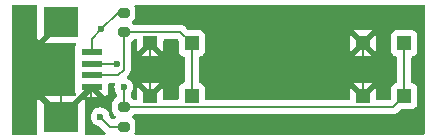
<source format=gbr>
%TF.GenerationSoftware,KiCad,Pcbnew,8.0.6-1.fc40*%
%TF.CreationDate,2025-02-15T18:39:23+01:00*%
%TF.ProjectId,airMouse-thumb,6169724d-6f75-4736-952d-7468756d622e,RC1*%
%TF.SameCoordinates,Original*%
%TF.FileFunction,Copper,L1,Top*%
%TF.FilePolarity,Positive*%
%FSLAX46Y46*%
G04 Gerber Fmt 4.6, Leading zero omitted, Abs format (unit mm)*
G04 Created by KiCad (PCBNEW 8.0.6-1.fc40) date 2025-02-15 18:39:23*
%MOMM*%
%LPD*%
G01*
G04 APERTURE LIST*
G04 Aperture macros list*
%AMRoundRect*
0 Rectangle with rounded corners*
0 $1 Rounding radius*
0 $2 $3 $4 $5 $6 $7 $8 $9 X,Y pos of 4 corners*
0 Add a 4 corners polygon primitive as box body*
4,1,4,$2,$3,$4,$5,$6,$7,$8,$9,$2,$3,0*
0 Add four circle primitives for the rounded corners*
1,1,$1+$1,$2,$3*
1,1,$1+$1,$4,$5*
1,1,$1+$1,$6,$7*
1,1,$1+$1,$8,$9*
0 Add four rect primitives between the rounded corners*
20,1,$1+$1,$2,$3,$4,$5,0*
20,1,$1+$1,$4,$5,$6,$7,0*
20,1,$1+$1,$6,$7,$8,$9,0*
20,1,$1+$1,$8,$9,$2,$3,0*%
G04 Aperture macros list end*
%TA.AperFunction,SMDPad,CuDef*%
%ADD10R,1.200000X1.200000*%
%TD*%
%TA.AperFunction,SMDPad,CuDef*%
%ADD11RoundRect,0.200000X-0.275000X0.200000X-0.275000X-0.200000X0.275000X-0.200000X0.275000X0.200000X0*%
%TD*%
%TA.AperFunction,SMDPad,CuDef*%
%ADD12RoundRect,0.200000X0.275000X-0.200000X0.275000X0.200000X-0.275000X0.200000X-0.275000X-0.200000X0*%
%TD*%
%TA.AperFunction,SMDPad,CuDef*%
%ADD13R,1.800000X0.600000*%
%TD*%
%TA.AperFunction,SMDPad,CuDef*%
%ADD14R,3.000000X2.500000*%
%TD*%
%TA.AperFunction,ViaPad*%
%ADD15C,0.600000*%
%TD*%
%TA.AperFunction,Conductor*%
%ADD16C,0.200000*%
%TD*%
G04 APERTURE END LIST*
D10*
%TO.P,SW2,1,A*%
%TO.N,GND*%
X158250000Y-57775000D03*
X158250000Y-62225000D03*
%TO.P,SW2,2,B*%
%TO.N,/BACK*%
X161750000Y-57775000D03*
X161750000Y-62225000D03*
%TD*%
%TO.P,SW1,1,A*%
%TO.N,GND*%
X176250000Y-57775000D03*
X176250000Y-62225000D03*
%TO.P,SW1,2,B*%
%TO.N,/FWD*%
X179750000Y-57775000D03*
X179750000Y-62225000D03*
%TD*%
D11*
%TO.P,R2,1*%
%TO.N,+3V3*%
X156000000Y-55175000D03*
%TO.P,R2,2*%
%TO.N,/BACK*%
X156000000Y-56825000D03*
%TD*%
D12*
%TO.P,R1,1*%
%TO.N,+3V3*%
X156000000Y-64825000D03*
%TO.P,R1,2*%
%TO.N,/FWD*%
X156000000Y-63175000D03*
%TD*%
D13*
%TO.P,J1,1,Pin_1*%
%TO.N,+3V3*%
X153287500Y-58500000D03*
%TO.P,J1,2,Pin_2*%
%TO.N,/FWD*%
X153287500Y-59500000D03*
%TO.P,J1,3,Pin_3*%
%TO.N,/BACK*%
X153287500Y-60500000D03*
%TO.P,J1,4,Pin_4*%
%TO.N,GND*%
X153287500Y-61500000D03*
D14*
%TO.P,J1,MP,MountPin*%
X150687500Y-56000000D03*
X150687500Y-64000000D03*
%TD*%
D15*
%TO.N,GND*%
X159600000Y-61000000D03*
X159200000Y-64400000D03*
X153200000Y-62600000D03*
X150800000Y-61000000D03*
%TO.N,+3V3*%
X154000000Y-64000000D03*
X154100000Y-56600000D03*
%TO.N,/FWD*%
X156000000Y-61500000D03*
X155400000Y-59500000D03*
%TD*%
D16*
%TO.N,GND*%
X159600000Y-61000000D02*
X159475000Y-61000000D01*
X159475000Y-61000000D02*
X158250000Y-62225000D01*
X153200000Y-61587500D02*
X153287500Y-61500000D01*
X150687500Y-64000000D02*
X150687500Y-61112500D01*
X150687500Y-61112500D02*
X150800000Y-61000000D01*
X153200000Y-62600000D02*
X153200000Y-61587500D01*
%TO.N,+3V3*%
X154825000Y-64825000D02*
X154000000Y-64000000D01*
X154100000Y-56600000D02*
X153287500Y-57412500D01*
X156000000Y-64825000D02*
X154825000Y-64825000D01*
X155525000Y-55175000D02*
X154100000Y-56600000D01*
X156000000Y-55175000D02*
X155525000Y-55175000D01*
X153287500Y-57412500D02*
X153287500Y-58500000D01*
%TO.N,/FWD*%
X153287500Y-59500000D02*
X155400000Y-59500000D01*
X156000000Y-61500000D02*
X156000000Y-63175000D01*
%TO.N,/BACK*%
X156000000Y-56825000D02*
X156000000Y-60000000D01*
X156000000Y-60000000D02*
X155500000Y-60500000D01*
X155500000Y-60500000D02*
X153287500Y-60500000D01*
%TO.N,/FWD*%
X179750000Y-62225000D02*
X178800000Y-63175000D01*
X178800000Y-63175000D02*
X156000000Y-63175000D01*
X179750000Y-57775000D02*
X179750000Y-62225000D01*
%TO.N,/BACK*%
X161750000Y-57775000D02*
X160800000Y-56825000D01*
X160800000Y-56825000D02*
X156000000Y-56825000D01*
X161750000Y-62225000D02*
X161750000Y-57775000D01*
%TO.N,GND*%
X176250000Y-57775000D02*
X176250000Y-62225000D01*
X158250000Y-57775000D02*
X158250000Y-62225000D01*
%TD*%
%TA.AperFunction,Conductor*%
%TO.N,GND*%
G36*
X148638175Y-54520185D02*
G01*
X148683930Y-54572989D01*
X148694425Y-54637756D01*
X148687500Y-54702155D01*
X148687500Y-57297844D01*
X148693901Y-57357372D01*
X148693903Y-57357379D01*
X148744145Y-57492086D01*
X148744149Y-57492093D01*
X148785977Y-57547967D01*
X148785978Y-57547968D01*
X150599819Y-55734128D01*
X150661142Y-55700643D01*
X150730834Y-55705627D01*
X150775181Y-55734128D01*
X150953371Y-55912318D01*
X150986856Y-55973641D01*
X150981872Y-56043333D01*
X150953371Y-56087680D01*
X149291052Y-57749999D01*
X149291053Y-57750000D01*
X151851443Y-57750000D01*
X151918482Y-57769685D01*
X151964237Y-57822489D01*
X151974181Y-57891647D01*
X151950708Y-57948313D01*
X151943704Y-57957667D01*
X151943702Y-57957671D01*
X151893410Y-58092513D01*
X151893409Y-58092517D01*
X151887000Y-58152127D01*
X151887000Y-58152134D01*
X151887000Y-58152135D01*
X151887000Y-58847870D01*
X151887001Y-58847876D01*
X151893408Y-58907482D01*
X151911753Y-58956666D01*
X151916737Y-59026358D01*
X151911753Y-59043331D01*
X151893410Y-59092511D01*
X151893409Y-59092515D01*
X151893409Y-59092517D01*
X151887000Y-59152127D01*
X151887000Y-59152134D01*
X151887000Y-59152135D01*
X151887000Y-59847870D01*
X151887001Y-59847876D01*
X151893408Y-59907482D01*
X151911753Y-59956666D01*
X151916737Y-60026358D01*
X151911753Y-60043331D01*
X151893410Y-60092511D01*
X151893409Y-60092515D01*
X151893409Y-60092517D01*
X151887000Y-60152127D01*
X151887000Y-60152134D01*
X151887000Y-60152135D01*
X151887000Y-60847870D01*
X151887001Y-60847876D01*
X151893409Y-60907484D01*
X151912019Y-60957382D01*
X151917003Y-61027074D01*
X151912020Y-61044046D01*
X151893902Y-61092623D01*
X151893901Y-61092627D01*
X151887500Y-61152155D01*
X151887500Y-61847844D01*
X151893901Y-61907372D01*
X151893903Y-61907379D01*
X151944145Y-62042086D01*
X151944147Y-62042089D01*
X151951333Y-62051688D01*
X151975751Y-62117151D01*
X151960900Y-62185425D01*
X151911496Y-62234831D01*
X151852067Y-62250000D01*
X149291052Y-62250000D01*
X150687500Y-63646447D01*
X152033949Y-62299999D01*
X152841053Y-62299999D01*
X152841054Y-62300000D01*
X153733946Y-62300000D01*
X153733946Y-62299999D01*
X153287501Y-61853553D01*
X153287499Y-61853553D01*
X152841053Y-62299999D01*
X152033949Y-62299999D01*
X152090629Y-62243319D01*
X152151952Y-62209834D01*
X152178310Y-62207000D01*
X152226947Y-62207000D01*
X152226947Y-62206999D01*
X153097128Y-61336818D01*
X153158451Y-61303333D01*
X153184803Y-61300499D01*
X153390191Y-61300499D01*
X153457229Y-61320184D01*
X153477871Y-61336818D01*
X154396679Y-62255627D01*
X154429590Y-62243352D01*
X154429591Y-62243351D01*
X154544687Y-62157190D01*
X154544690Y-62157187D01*
X154630850Y-62042093D01*
X154630854Y-62042086D01*
X154681096Y-61907379D01*
X154681098Y-61907372D01*
X154687499Y-61847844D01*
X154687500Y-61847827D01*
X154687500Y-61224500D01*
X154707185Y-61157461D01*
X154759989Y-61111706D01*
X154811500Y-61100500D01*
X155116937Y-61100500D01*
X155183976Y-61120185D01*
X155229731Y-61172989D01*
X155239675Y-61242147D01*
X155233978Y-61265455D01*
X155214633Y-61320737D01*
X155214630Y-61320750D01*
X155194435Y-61499996D01*
X155194435Y-61500003D01*
X155214630Y-61679249D01*
X155214631Y-61679254D01*
X155274211Y-61849523D01*
X155370185Y-62002263D01*
X155372445Y-62005097D01*
X155373334Y-62007275D01*
X155373889Y-62008158D01*
X155373734Y-62008255D01*
X155398855Y-62069783D01*
X155399500Y-62082412D01*
X155399500Y-62283284D01*
X155379815Y-62350323D01*
X155339652Y-62389400D01*
X155289811Y-62419530D01*
X155169530Y-62539811D01*
X155081522Y-62685393D01*
X155030913Y-62847807D01*
X155024500Y-62918386D01*
X155024500Y-63431613D01*
X155030913Y-63502192D01*
X155081522Y-63664606D01*
X155169530Y-63810188D01*
X155271661Y-63912319D01*
X155305146Y-63973642D01*
X155300162Y-64043334D01*
X155271661Y-64087682D01*
X155191969Y-64167373D01*
X155130645Y-64200857D01*
X155060954Y-64195872D01*
X155016607Y-64167372D01*
X154830700Y-63981465D01*
X154797215Y-63920142D01*
X154795163Y-63907686D01*
X154785368Y-63820745D01*
X154725789Y-63650478D01*
X154629816Y-63497738D01*
X154502262Y-63370184D01*
X154435657Y-63328333D01*
X154349523Y-63274211D01*
X154179254Y-63214631D01*
X154179249Y-63214630D01*
X154000004Y-63194435D01*
X153999996Y-63194435D01*
X153820750Y-63214630D01*
X153820745Y-63214631D01*
X153650476Y-63274211D01*
X153497737Y-63370184D01*
X153370184Y-63497737D01*
X153274211Y-63650476D01*
X153214631Y-63820745D01*
X153214630Y-63820750D01*
X153194435Y-63999996D01*
X153194435Y-64000003D01*
X153214630Y-64179249D01*
X153214631Y-64179254D01*
X153274211Y-64349523D01*
X153367383Y-64497804D01*
X153370184Y-64502262D01*
X153497738Y-64629816D01*
X153650478Y-64725789D01*
X153820745Y-64785368D01*
X153907669Y-64795161D01*
X153972080Y-64822226D01*
X153981465Y-64830700D01*
X154340139Y-65189374D01*
X154340149Y-65189385D01*
X154344479Y-65193715D01*
X154344480Y-65193716D01*
X154438584Y-65287820D01*
X154472068Y-65349141D01*
X154467084Y-65418833D01*
X154425213Y-65474767D01*
X154359749Y-65499184D01*
X154350902Y-65499500D01*
X152803864Y-65499500D01*
X152736825Y-65479815D01*
X152691070Y-65427011D01*
X152680575Y-65362244D01*
X152687499Y-65297844D01*
X152687500Y-65297827D01*
X152687500Y-62702172D01*
X152687499Y-62702155D01*
X152681098Y-62642627D01*
X152681097Y-62642623D01*
X152630851Y-62507908D01*
X152589020Y-62452030D01*
X150775180Y-64265871D01*
X150713857Y-64299356D01*
X150644165Y-64294372D01*
X150599818Y-64265871D01*
X148785977Y-62452030D01*
X148744147Y-62507910D01*
X148744145Y-62507913D01*
X148693903Y-62642620D01*
X148693901Y-62642627D01*
X148687500Y-62702155D01*
X148687500Y-65297844D01*
X148694425Y-65362244D01*
X148682020Y-65431004D01*
X148634410Y-65482141D01*
X148571136Y-65499500D01*
X146624500Y-65499500D01*
X146557461Y-65479815D01*
X146511706Y-65427011D01*
X146500500Y-65375500D01*
X146500500Y-54624500D01*
X146520185Y-54557461D01*
X146572989Y-54511706D01*
X146624500Y-54500500D01*
X148571136Y-54500500D01*
X148638175Y-54520185D01*
G37*
%TD.AperFunction*%
%TA.AperFunction,Conductor*%
G36*
X181442539Y-54520185D02*
G01*
X181488294Y-54572989D01*
X181499500Y-54624500D01*
X181499500Y-65375500D01*
X181479815Y-65442539D01*
X181427011Y-65488294D01*
X181375500Y-65499500D01*
X157026563Y-65499500D01*
X156959524Y-65479815D01*
X156913769Y-65427011D01*
X156903825Y-65357853D01*
X156916638Y-65322002D01*
X156915400Y-65321445D01*
X156918473Y-65314613D01*
X156918478Y-65314606D01*
X156969086Y-65152196D01*
X156975500Y-65081616D01*
X156975500Y-64568384D01*
X156969086Y-64497804D01*
X156918478Y-64335394D01*
X156830472Y-64189815D01*
X156830470Y-64189813D01*
X156830469Y-64189811D01*
X156728339Y-64087681D01*
X156694854Y-64026358D01*
X156699838Y-63956666D01*
X156728339Y-63912319D01*
X156828839Y-63811819D01*
X156890162Y-63778334D01*
X156916520Y-63775500D01*
X178713331Y-63775500D01*
X178713347Y-63775501D01*
X178720943Y-63775501D01*
X178879054Y-63775501D01*
X178879057Y-63775501D01*
X179031785Y-63734577D01*
X179081904Y-63705639D01*
X179168716Y-63655520D01*
X179280520Y-63543716D01*
X179280520Y-63543714D01*
X179290728Y-63533507D01*
X179290730Y-63533504D01*
X179462416Y-63361818D01*
X179523739Y-63328333D01*
X179550097Y-63325499D01*
X180397871Y-63325499D01*
X180397872Y-63325499D01*
X180457483Y-63319091D01*
X180592331Y-63268796D01*
X180707546Y-63182546D01*
X180793796Y-63067331D01*
X180844091Y-62932483D01*
X180850500Y-62872873D01*
X180850499Y-61577128D01*
X180844091Y-61517517D01*
X180793796Y-61382669D01*
X180793795Y-61382668D01*
X180793793Y-61382664D01*
X180707547Y-61267455D01*
X180707544Y-61267452D01*
X180592335Y-61181206D01*
X180592328Y-61181202D01*
X180457482Y-61130908D01*
X180449938Y-61129126D01*
X180450474Y-61126853D01*
X180396688Y-61104571D01*
X180356843Y-61047177D01*
X180350500Y-61008024D01*
X180350500Y-58991976D01*
X180370185Y-58924937D01*
X180422989Y-58879182D01*
X180450135Y-58871736D01*
X180449932Y-58870876D01*
X180457479Y-58869092D01*
X180457481Y-58869091D01*
X180457483Y-58869091D01*
X180592331Y-58818796D01*
X180707546Y-58732546D01*
X180793796Y-58617331D01*
X180844091Y-58482483D01*
X180850500Y-58422873D01*
X180850499Y-57127128D01*
X180844091Y-57067517D01*
X180842663Y-57063689D01*
X180793797Y-56932671D01*
X180793793Y-56932664D01*
X180707547Y-56817455D01*
X180707544Y-56817452D01*
X180592335Y-56731206D01*
X180592328Y-56731202D01*
X180457482Y-56680908D01*
X180457483Y-56680908D01*
X180397883Y-56674501D01*
X180397881Y-56674500D01*
X180397873Y-56674500D01*
X180397864Y-56674500D01*
X179102129Y-56674500D01*
X179102123Y-56674501D01*
X179042516Y-56680908D01*
X178907671Y-56731202D01*
X178907664Y-56731206D01*
X178792455Y-56817452D01*
X178792452Y-56817455D01*
X178706206Y-56932664D01*
X178706202Y-56932671D01*
X178655908Y-57067517D01*
X178652173Y-57102262D01*
X178649501Y-57127123D01*
X178649500Y-57127135D01*
X178649500Y-58422870D01*
X178649501Y-58422876D01*
X178655908Y-58482483D01*
X178706202Y-58617328D01*
X178706206Y-58617335D01*
X178792452Y-58732544D01*
X178792455Y-58732547D01*
X178907664Y-58818793D01*
X178907671Y-58818797D01*
X179042517Y-58869091D01*
X179050062Y-58870874D01*
X179049523Y-58873151D01*
X179103287Y-58895408D01*
X179143147Y-58952793D01*
X179149500Y-58991975D01*
X179149500Y-61008023D01*
X179129815Y-61075062D01*
X179077011Y-61120817D01*
X179049865Y-61128266D01*
X179050068Y-61129124D01*
X179042520Y-61130907D01*
X178907671Y-61181202D01*
X178907664Y-61181206D01*
X178792455Y-61267452D01*
X178792452Y-61267455D01*
X178706206Y-61382664D01*
X178706202Y-61382671D01*
X178655908Y-61517517D01*
X178649501Y-61577116D01*
X178649501Y-61577123D01*
X178649500Y-61577135D01*
X178649500Y-62424901D01*
X178629815Y-62491940D01*
X178613183Y-62512581D01*
X178587585Y-62538180D01*
X178526262Y-62571666D01*
X178499902Y-62574500D01*
X177474000Y-62574500D01*
X177406961Y-62554815D01*
X177361206Y-62502011D01*
X177350000Y-62450500D01*
X177350000Y-61577172D01*
X177349999Y-61577155D01*
X177343598Y-61517624D01*
X177334722Y-61493829D01*
X176337680Y-62490871D01*
X176276357Y-62524356D01*
X176206665Y-62519372D01*
X176162318Y-62490871D01*
X175165276Y-61493829D01*
X175156401Y-61517626D01*
X175150000Y-61577155D01*
X175150000Y-62450500D01*
X175130315Y-62517539D01*
X175077511Y-62563294D01*
X175026000Y-62574500D01*
X162974500Y-62574500D01*
X162907461Y-62554815D01*
X162861706Y-62502011D01*
X162850500Y-62450500D01*
X162850499Y-61577129D01*
X162850498Y-61577123D01*
X162850497Y-61577116D01*
X162844091Y-61517517D01*
X162793796Y-61382669D01*
X162793795Y-61382668D01*
X162793793Y-61382664D01*
X162707547Y-61267455D01*
X162707544Y-61267452D01*
X162592335Y-61181206D01*
X162592328Y-61181202D01*
X162482599Y-61140276D01*
X175518829Y-61140276D01*
X176250000Y-61871446D01*
X176250001Y-61871446D01*
X176981169Y-61140276D01*
X176981168Y-61140275D01*
X176957382Y-61131403D01*
X176957372Y-61131401D01*
X176897844Y-61125000D01*
X175602155Y-61125000D01*
X175542626Y-61131401D01*
X175518829Y-61140276D01*
X162482599Y-61140276D01*
X162457482Y-61130908D01*
X162449938Y-61129126D01*
X162450474Y-61126853D01*
X162396688Y-61104571D01*
X162356843Y-61047177D01*
X162350500Y-61008024D01*
X162350500Y-58991976D01*
X162370185Y-58924937D01*
X162422989Y-58879182D01*
X162450135Y-58871736D01*
X162449932Y-58870876D01*
X162457479Y-58869092D01*
X162457481Y-58869091D01*
X162457483Y-58869091D01*
X162482603Y-58859722D01*
X175518829Y-58859722D01*
X175518829Y-58859723D01*
X175542624Y-58868598D01*
X175602155Y-58874999D01*
X175602172Y-58875000D01*
X176897828Y-58875000D01*
X176897844Y-58874999D01*
X176957372Y-58868598D01*
X176957378Y-58868597D01*
X176981168Y-58859723D01*
X176981168Y-58859722D01*
X176250001Y-58128553D01*
X176250000Y-58128553D01*
X175518829Y-58859722D01*
X162482603Y-58859722D01*
X162592331Y-58818796D01*
X162707546Y-58732546D01*
X162793796Y-58617331D01*
X162844091Y-58482483D01*
X162850500Y-58422873D01*
X162850499Y-57127155D01*
X175150000Y-57127155D01*
X175150000Y-58422844D01*
X175156401Y-58482372D01*
X175156403Y-58482382D01*
X175165275Y-58506168D01*
X175165276Y-58506169D01*
X175896446Y-57775000D01*
X175896446Y-57774999D01*
X176603553Y-57774999D01*
X176603553Y-57775000D01*
X177334722Y-58506168D01*
X177334723Y-58506168D01*
X177343597Y-58482378D01*
X177343598Y-58482372D01*
X177349999Y-58422844D01*
X177350000Y-58422827D01*
X177350000Y-57127172D01*
X177349999Y-57127155D01*
X177343598Y-57067624D01*
X177334722Y-57043829D01*
X176603553Y-57774999D01*
X175896446Y-57774999D01*
X175165276Y-57043829D01*
X175156401Y-57067626D01*
X175150000Y-57127155D01*
X162850499Y-57127155D01*
X162850499Y-57127128D01*
X162844091Y-57067517D01*
X162842663Y-57063689D01*
X162793797Y-56932671D01*
X162793793Y-56932664D01*
X162707547Y-56817455D01*
X162707544Y-56817452D01*
X162592335Y-56731206D01*
X162592328Y-56731202D01*
X162482599Y-56690276D01*
X175518829Y-56690276D01*
X176250000Y-57421446D01*
X176250001Y-57421446D01*
X176981169Y-56690276D01*
X176981168Y-56690275D01*
X176957382Y-56681403D01*
X176957372Y-56681401D01*
X176897844Y-56675000D01*
X175602155Y-56675000D01*
X175542626Y-56681401D01*
X175518829Y-56690276D01*
X162482599Y-56690276D01*
X162457482Y-56680908D01*
X162457483Y-56680908D01*
X162397883Y-56674501D01*
X162397881Y-56674500D01*
X162397873Y-56674500D01*
X162397865Y-56674500D01*
X161550097Y-56674500D01*
X161483058Y-56654815D01*
X161462416Y-56638181D01*
X161287590Y-56463355D01*
X161287588Y-56463352D01*
X161168717Y-56344481D01*
X161168716Y-56344480D01*
X161081904Y-56294360D01*
X161081904Y-56294359D01*
X161081900Y-56294358D01*
X161031785Y-56265423D01*
X160879057Y-56224499D01*
X160720943Y-56224499D01*
X160713347Y-56224499D01*
X160713331Y-56224500D01*
X156916520Y-56224500D01*
X156849481Y-56204815D01*
X156828839Y-56188181D01*
X156728339Y-56087681D01*
X156694854Y-56026358D01*
X156699838Y-55956666D01*
X156728339Y-55912319D01*
X156830468Y-55810189D01*
X156830469Y-55810188D01*
X156830472Y-55810185D01*
X156918478Y-55664606D01*
X156969086Y-55502196D01*
X156975500Y-55431616D01*
X156975500Y-54918384D01*
X156969086Y-54847804D01*
X156918478Y-54685394D01*
X156918475Y-54685389D01*
X156915400Y-54678555D01*
X156917527Y-54677597D01*
X156902610Y-54621092D01*
X156924129Y-54554619D01*
X156978171Y-54510333D01*
X157026563Y-54500500D01*
X181375500Y-54500500D01*
X181442539Y-54520185D01*
G37*
%TD.AperFunction*%
%TA.AperFunction,Conductor*%
G36*
X157093039Y-57445185D02*
G01*
X157138794Y-57497989D01*
X157150000Y-57549500D01*
X157150000Y-58422844D01*
X157156401Y-58482372D01*
X157156403Y-58482382D01*
X157165275Y-58506168D01*
X157165276Y-58506169D01*
X158162318Y-57509127D01*
X158223641Y-57475642D01*
X158293333Y-57480626D01*
X158337680Y-57509127D01*
X159334722Y-58506168D01*
X159334723Y-58506168D01*
X159343597Y-58482378D01*
X159343598Y-58482372D01*
X159349999Y-58422844D01*
X159350000Y-58422827D01*
X159350000Y-57549500D01*
X159369685Y-57482461D01*
X159422489Y-57436706D01*
X159474000Y-57425500D01*
X160499903Y-57425500D01*
X160566942Y-57445185D01*
X160587584Y-57461819D01*
X160613181Y-57487416D01*
X160646666Y-57548739D01*
X160649500Y-57575097D01*
X160649500Y-58422870D01*
X160649501Y-58422876D01*
X160655908Y-58482483D01*
X160706202Y-58617328D01*
X160706206Y-58617335D01*
X160792452Y-58732544D01*
X160792455Y-58732547D01*
X160907664Y-58818793D01*
X160907671Y-58818797D01*
X161042517Y-58869091D01*
X161050062Y-58870874D01*
X161049523Y-58873151D01*
X161103287Y-58895408D01*
X161143147Y-58952793D01*
X161149500Y-58991975D01*
X161149500Y-61008023D01*
X161129815Y-61075062D01*
X161077011Y-61120817D01*
X161049865Y-61128266D01*
X161050068Y-61129124D01*
X161042520Y-61130907D01*
X160907671Y-61181202D01*
X160907664Y-61181206D01*
X160792455Y-61267452D01*
X160792452Y-61267455D01*
X160706206Y-61382664D01*
X160706202Y-61382671D01*
X160655908Y-61517517D01*
X160649501Y-61577116D01*
X160649500Y-61577127D01*
X160649500Y-62069783D01*
X160649501Y-62450500D01*
X160629817Y-62517539D01*
X160577013Y-62563294D01*
X160525501Y-62574500D01*
X159474000Y-62574500D01*
X159406961Y-62554815D01*
X159361206Y-62502011D01*
X159350000Y-62450500D01*
X159350000Y-61577172D01*
X159349999Y-61577155D01*
X159343598Y-61517624D01*
X159334722Y-61493829D01*
X158337680Y-62490871D01*
X158276357Y-62524356D01*
X158206665Y-62519372D01*
X158162318Y-62490871D01*
X157165276Y-61493829D01*
X157156401Y-61517626D01*
X157150000Y-61577155D01*
X157150000Y-62450500D01*
X157130315Y-62517539D01*
X157077511Y-62563294D01*
X157026000Y-62574500D01*
X156916520Y-62574500D01*
X156849481Y-62554815D01*
X156828839Y-62538181D01*
X156710188Y-62419530D01*
X156660348Y-62389400D01*
X156613162Y-62337871D01*
X156600500Y-62283284D01*
X156600500Y-62082412D01*
X156620185Y-62015373D01*
X156627555Y-62005097D01*
X156629810Y-62002267D01*
X156629816Y-62002262D01*
X156725789Y-61849522D01*
X156785368Y-61679255D01*
X156796875Y-61577127D01*
X156805565Y-61500003D01*
X156805565Y-61499996D01*
X156785369Y-61320750D01*
X156785368Y-61320745D01*
X156725788Y-61150476D01*
X156719379Y-61140276D01*
X157518829Y-61140276D01*
X158250000Y-61871446D01*
X158250001Y-61871446D01*
X158981169Y-61140276D01*
X158981168Y-61140275D01*
X158957382Y-61131403D01*
X158957372Y-61131401D01*
X158897844Y-61125000D01*
X157602155Y-61125000D01*
X157542626Y-61131401D01*
X157518829Y-61140276D01*
X156719379Y-61140276D01*
X156678402Y-61075062D01*
X156629816Y-60997738D01*
X156502262Y-60870184D01*
X156466750Y-60847870D01*
X156349520Y-60774209D01*
X156332446Y-60768235D01*
X156275671Y-60727513D01*
X156249924Y-60662560D01*
X156263381Y-60593999D01*
X156285715Y-60563518D01*
X156480520Y-60368716D01*
X156559577Y-60231784D01*
X156600501Y-60079057D01*
X156600501Y-59920942D01*
X156600501Y-59913347D01*
X156600500Y-59913329D01*
X156600500Y-58859722D01*
X157518829Y-58859722D01*
X157518829Y-58859723D01*
X157542624Y-58868598D01*
X157602155Y-58874999D01*
X157602172Y-58875000D01*
X158897828Y-58875000D01*
X158897844Y-58874999D01*
X158957372Y-58868598D01*
X158957378Y-58868597D01*
X158981168Y-58859723D01*
X158981168Y-58859722D01*
X158250001Y-58128553D01*
X158250000Y-58128553D01*
X157518829Y-58859722D01*
X156600500Y-58859722D01*
X156600500Y-57716715D01*
X156620185Y-57649676D01*
X156660349Y-57610598D01*
X156710185Y-57580472D01*
X156766922Y-57523735D01*
X156828839Y-57461819D01*
X156890162Y-57428334D01*
X156916520Y-57425500D01*
X157026000Y-57425500D01*
X157093039Y-57445185D01*
G37*
%TD.AperFunction*%
%TD*%
M02*

</source>
